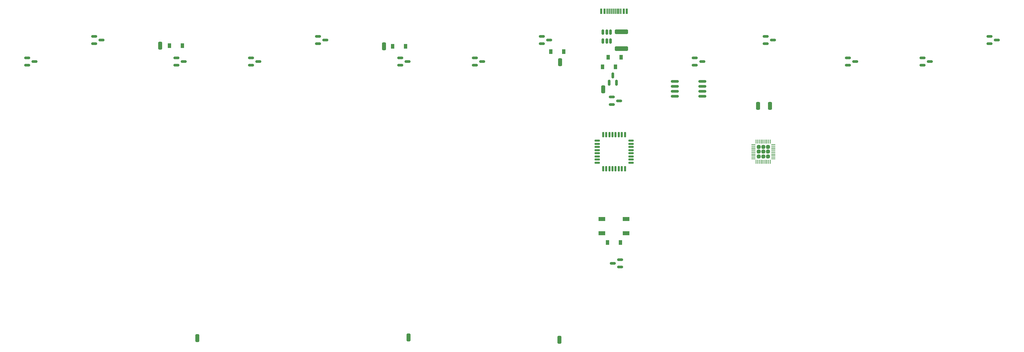
<source format=gbr>
%TF.GenerationSoftware,KiCad,Pcbnew,(6.0.0)*%
%TF.CreationDate,2022-03-05T10:25:11+10:00*%
%TF.ProjectId,Ortho66_Optical,4f727468-6f36-4365-9f4f-70746963616c,rev?*%
%TF.SameCoordinates,Original*%
%TF.FileFunction,Paste,Bot*%
%TF.FilePolarity,Positive*%
%FSLAX46Y46*%
G04 Gerber Fmt 4.6, Leading zero omitted, Abs format (unit mm)*
G04 Created by KiCad (PCBNEW (6.0.0)) date 2022-03-05 10:25:11*
%MOMM*%
%LPD*%
G01*
G04 APERTURE LIST*
G04 Aperture macros list*
%AMRoundRect*
0 Rectangle with rounded corners*
0 $1 Rounding radius*
0 $2 $3 $4 $5 $6 $7 $8 $9 X,Y pos of 4 corners*
0 Add a 4 corners polygon primitive as box body*
4,1,4,$2,$3,$4,$5,$6,$7,$8,$9,$2,$3,0*
0 Add four circle primitives for the rounded corners*
1,1,$1+$1,$2,$3*
1,1,$1+$1,$4,$5*
1,1,$1+$1,$6,$7*
1,1,$1+$1,$8,$9*
0 Add four rect primitives between the rounded corners*
20,1,$1+$1,$2,$3,$4,$5,0*
20,1,$1+$1,$4,$5,$6,$7,0*
20,1,$1+$1,$6,$7,$8,$9,0*
20,1,$1+$1,$8,$9,$2,$3,0*%
G04 Aperture macros list end*
%ADD10RoundRect,0.150000X-0.587500X-0.150000X0.587500X-0.150000X0.587500X0.150000X-0.587500X0.150000X0*%
%ADD11RoundRect,0.250000X0.250000X0.750000X-0.250000X0.750000X-0.250000X-0.750000X0.250000X-0.750000X0*%
%ADD12R,1.800000X1.100000*%
%ADD13R,0.900000X1.200000*%
%ADD14RoundRect,0.150000X-0.850000X-0.150000X0.850000X-0.150000X0.850000X0.150000X-0.850000X0.150000X0*%
%ADD15RoundRect,0.242500X0.242500X0.242500X-0.242500X0.242500X-0.242500X-0.242500X0.242500X-0.242500X0*%
%ADD16RoundRect,0.044000X0.456000X0.056000X-0.456000X0.056000X-0.456000X-0.056000X0.456000X-0.056000X0*%
%ADD17RoundRect,0.044000X0.056000X0.456000X-0.056000X0.456000X-0.056000X-0.456000X0.056000X-0.456000X0*%
%ADD18RoundRect,0.150000X0.587500X0.150000X-0.587500X0.150000X-0.587500X-0.150000X0.587500X-0.150000X0*%
%ADD19R,0.600000X1.450000*%
%ADD20R,0.300000X1.450000*%
%ADD21RoundRect,0.150000X0.150000X-0.512500X0.150000X0.512500X-0.150000X0.512500X-0.150000X-0.512500X0*%
%ADD22RoundRect,0.250000X-1.450000X0.312500X-1.450000X-0.312500X1.450000X-0.312500X1.450000X0.312500X0*%
%ADD23RoundRect,0.150000X0.150000X-0.587500X0.150000X0.587500X-0.150000X0.587500X-0.150000X-0.587500X0*%
%ADD24RoundRect,0.125000X0.125000X-0.550000X0.125000X0.550000X-0.125000X0.550000X-0.125000X-0.550000X0*%
%ADD25RoundRect,0.125000X0.550000X-0.125000X0.550000X0.125000X-0.550000X0.125000X-0.550000X-0.125000X0*%
%ADD26RoundRect,0.250000X-0.250000X-0.750000X0.250000X-0.750000X0.250000X0.750000X-0.250000X0.750000X0*%
G04 APERTURE END LIST*
D10*
%TO.C,Q6*%
X188312500Y-106450000D03*
X188312500Y-104550000D03*
X190187500Y-105500000D03*
%TD*%
D11*
%TO.C,Row5.6*%
X190380000Y-176110000D03*
%TD*%
D10*
%TO.C,Q11*%
X281562500Y-100950000D03*
X281562500Y-99050000D03*
X283437500Y-100000000D03*
%TD*%
D11*
%TO.C,Col6*%
X184110000Y-101590000D03*
%TD*%
D10*
%TO.C,Q5*%
X167262500Y-100950000D03*
X167262500Y-99050000D03*
X169137500Y-100000000D03*
%TD*%
D12*
%TO.C,RESET1*%
X245975000Y-149475000D03*
X239775000Y-149475000D03*
X245975000Y-145775000D03*
X239775000Y-145775000D03*
%TD*%
D10*
%TO.C,Q10*%
X263512500Y-106450000D03*
X263512500Y-104550000D03*
X265387500Y-105500000D03*
%TD*%
D11*
%TO.C,Row5.8*%
X228960000Y-176700000D03*
%TD*%
D10*
%TO.C,Q14*%
X338712500Y-100950000D03*
X338712500Y-99050000D03*
X340587500Y-100000000D03*
%TD*%
%TO.C,Q3*%
X131162500Y-106450000D03*
X131162500Y-104550000D03*
X133037500Y-105500000D03*
%TD*%
D13*
%TO.C,D6*%
X226760000Y-102960000D03*
X230060000Y-102960000D03*
%TD*%
D14*
%TO.C,U5*%
X258425000Y-114430000D03*
X258425000Y-113160000D03*
X258425000Y-111890000D03*
X258425000Y-110620000D03*
X265425000Y-110620000D03*
X265425000Y-111890000D03*
X265425000Y-113160000D03*
X265425000Y-114430000D03*
%TD*%
D15*
%TO.C,U2*%
X282175000Y-128575000D03*
X280975000Y-129775000D03*
X282175000Y-129775000D03*
X282175000Y-127375000D03*
X280975000Y-127375000D03*
X279775000Y-128575000D03*
X279775000Y-129775000D03*
X279775000Y-127375000D03*
X280975000Y-128575000D03*
D16*
X283525000Y-126775000D03*
X283525000Y-127175000D03*
X283525000Y-127575000D03*
X283525000Y-127975000D03*
X283525000Y-128375000D03*
X283525000Y-128775000D03*
X283525000Y-129175000D03*
X283525000Y-129575000D03*
X283525000Y-129975000D03*
X283525000Y-130375000D03*
D17*
X282775000Y-131125000D03*
X282375000Y-131125000D03*
X281975000Y-131125000D03*
X281575000Y-131125000D03*
X281175000Y-131125000D03*
X280775000Y-131125000D03*
X280375000Y-131125000D03*
X279975000Y-131125000D03*
X279575000Y-131125000D03*
X279175000Y-131125000D03*
D16*
X278425000Y-130375000D03*
X278425000Y-129975000D03*
X278425000Y-129575000D03*
X278425000Y-129175000D03*
X278425000Y-128775000D03*
X278425000Y-128375000D03*
X278425000Y-127975000D03*
X278425000Y-127575000D03*
X278425000Y-127175000D03*
X278425000Y-126775000D03*
D17*
X279175000Y-126025000D03*
X279575000Y-126025000D03*
X279975000Y-126025000D03*
X280375000Y-126025000D03*
X280775000Y-126025000D03*
X281175000Y-126025000D03*
X281575000Y-126025000D03*
X281975000Y-126025000D03*
X282375000Y-126025000D03*
X282775000Y-126025000D03*
%TD*%
D10*
%TO.C,Q12*%
X302612500Y-106450000D03*
X302612500Y-104550000D03*
X304487500Y-105500000D03*
%TD*%
D11*
%TO.C,Row5.3*%
X136470000Y-176320000D03*
%TD*%
D13*
%TO.C,D4*%
X132640000Y-101410000D03*
X129340000Y-101410000D03*
%TD*%
D10*
%TO.C,Q7*%
X207362500Y-106450000D03*
X207362500Y-104550000D03*
X209237500Y-105500000D03*
%TD*%
D11*
%TO.C,GND0*%
X282670000Y-116850000D03*
%TD*%
%TO.C,5V0*%
X279680000Y-116860000D03*
%TD*%
D10*
%TO.C,Q9*%
X242272500Y-116500000D03*
X242272500Y-114600000D03*
X244147500Y-115550000D03*
%TD*%
D18*
%TO.C,Q15*%
X244437500Y-156200000D03*
X244437500Y-158100000D03*
X242562500Y-157150000D03*
%TD*%
D13*
%TO.C,D2*%
X241350000Y-104430000D03*
X244650000Y-104430000D03*
%TD*%
D10*
%TO.C,Q1*%
X93062500Y-106450000D03*
X93062500Y-104550000D03*
X94937500Y-105500000D03*
%TD*%
D19*
%TO.C,J1*%
X239625000Y-92645000D03*
X240425000Y-92645000D03*
D20*
X241625000Y-92655000D03*
X242625000Y-92645000D03*
X243125000Y-92645000D03*
X244125000Y-92645000D03*
D19*
X246125000Y-92645000D03*
X245325000Y-92645000D03*
D20*
X244625000Y-92645000D03*
X243625000Y-92645000D03*
X242125000Y-92645000D03*
X241125000Y-92645000D03*
%TD*%
D11*
%TO.C,Col3*%
X127010000Y-101430000D03*
%TD*%
D21*
%TO.C,U4*%
X241960000Y-100267500D03*
X241010000Y-100267500D03*
X240060000Y-100267500D03*
X240060000Y-97992500D03*
X241010000Y-97992500D03*
X241960000Y-97992500D03*
%TD*%
D10*
%TO.C,Q8*%
X224412500Y-100950000D03*
X224412500Y-99050000D03*
X226287500Y-100000000D03*
%TD*%
D11*
%TO.C,Col8*%
X229070000Y-105640000D03*
%TD*%
D10*
%TO.C,Q2*%
X110112500Y-100950000D03*
X110112500Y-99050000D03*
X111987500Y-100000000D03*
%TD*%
D22*
%TO.C,F1*%
X244750000Y-97902500D03*
X244750000Y-102177500D03*
%TD*%
D13*
%TO.C,D1*%
X243200000Y-106840000D03*
X239900000Y-106840000D03*
%TD*%
D10*
%TO.C,Q13*%
X321662500Y-106450000D03*
X321662500Y-104550000D03*
X323537500Y-105500000D03*
%TD*%
%TO.C,Q4*%
X150212500Y-106450000D03*
X150212500Y-104550000D03*
X152087500Y-105500000D03*
%TD*%
D13*
%TO.C,D3*%
X244525000Y-151860000D03*
X241225000Y-151860000D03*
%TD*%
D23*
%TO.C,U3*%
X243530000Y-110937500D03*
X241630000Y-110937500D03*
X242580000Y-109062500D03*
%TD*%
D24*
%TO.C,U1*%
X245675000Y-132900000D03*
X244875000Y-132900000D03*
X244075000Y-132900000D03*
X243275000Y-132900000D03*
X242475000Y-132900000D03*
X241675000Y-132900000D03*
X240875000Y-132900000D03*
X240075000Y-132900000D03*
D25*
X238550000Y-131375000D03*
X238550000Y-130575000D03*
X238550000Y-129775000D03*
X238550000Y-128975000D03*
X238550000Y-128175000D03*
X238550000Y-127375000D03*
X238550000Y-126575000D03*
X238550000Y-125775000D03*
D24*
X240075000Y-124250000D03*
X240875000Y-124250000D03*
X241675000Y-124250000D03*
X242475000Y-124250000D03*
X243275000Y-124250000D03*
X244075000Y-124250000D03*
X244875000Y-124250000D03*
X245675000Y-124250000D03*
D25*
X247200000Y-125775000D03*
X247200000Y-126575000D03*
X247200000Y-127375000D03*
X247200000Y-128175000D03*
X247200000Y-128975000D03*
X247200000Y-129775000D03*
X247200000Y-130575000D03*
X247200000Y-131375000D03*
%TD*%
D26*
%TO.C,3V3*%
X240090000Y-112650000D03*
%TD*%
D13*
%TO.C,D5*%
X189670000Y-101590000D03*
X186370000Y-101590000D03*
%TD*%
M02*

</source>
